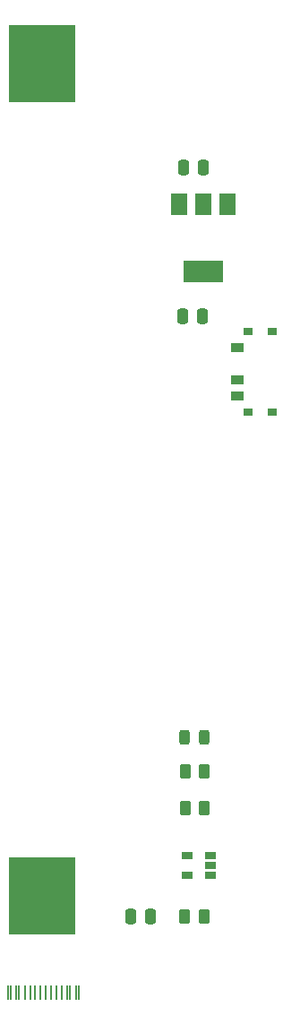
<source format=gbr>
%TF.GenerationSoftware,KiCad,Pcbnew,(5.99.0-9526-g5c17ff0595)*%
%TF.CreationDate,2021-07-10T23:40:12-05:00*%
%TF.ProjectId,18650Battery,31383635-3042-4617-9474-6572792e6b69,rev?*%
%TF.SameCoordinates,Original*%
%TF.FileFunction,Paste,Bot*%
%TF.FilePolarity,Positive*%
%FSLAX46Y46*%
G04 Gerber Fmt 4.6, Leading zero omitted, Abs format (unit mm)*
G04 Created by KiCad (PCBNEW (5.99.0-9526-g5c17ff0595)) date 2021-07-10 23:40:12*
%MOMM*%
%LPD*%
G01*
G04 APERTURE LIST*
G04 Aperture macros list*
%AMRoundRect*
0 Rectangle with rounded corners*
0 $1 Rounding radius*
0 $2 $3 $4 $5 $6 $7 $8 $9 X,Y pos of 4 corners*
0 Add a 4 corners polygon primitive as box body*
4,1,4,$2,$3,$4,$5,$6,$7,$8,$9,$2,$3,0*
0 Add four circle primitives for the rounded corners*
1,1,$1+$1,$2,$3*
1,1,$1+$1,$4,$5*
1,1,$1+$1,$6,$7*
1,1,$1+$1,$8,$9*
0 Add four rect primitives between the rounded corners*
20,1,$1+$1,$2,$3,$4,$5,0*
20,1,$1+$1,$4,$5,$6,$7,0*
20,1,$1+$1,$6,$7,$8,$9,0*
20,1,$1+$1,$8,$9,$2,$3,0*%
G04 Aperture macros list end*
%ADD10R,6.350000X7.340000*%
%ADD11R,1.500000X2.000000*%
%ADD12R,3.800000X2.000000*%
%ADD13R,1.060000X0.650000*%
%ADD14RoundRect,0.250000X0.262500X0.450000X-0.262500X0.450000X-0.262500X-0.450000X0.262500X-0.450000X0*%
%ADD15RoundRect,0.250000X-0.262500X-0.450000X0.262500X-0.450000X0.262500X0.450000X-0.262500X0.450000X0*%
%ADD16R,1.250000X0.900000*%
%ADD17R,0.900000X0.800000*%
%ADD18R,0.250000X1.400000*%
%ADD19RoundRect,0.243750X0.243750X0.456250X-0.243750X0.456250X-0.243750X-0.456250X0.243750X-0.456250X0*%
%ADD20RoundRect,0.250000X0.250000X0.475000X-0.250000X0.475000X-0.250000X-0.475000X0.250000X-0.475000X0*%
%ADD21RoundRect,0.250000X-0.250000X-0.475000X0.250000X-0.475000X0.250000X0.475000X-0.250000X0.475000X0*%
G04 APERTURE END LIST*
D10*
%TO.C,BT1*%
X135770000Y-59650000D03*
X135770000Y-138310000D03*
%TD*%
D11*
%TO.C,U2*%
X148710000Y-72980000D03*
X153310000Y-72980000D03*
X151010000Y-72980000D03*
D12*
X151010000Y-79280000D03*
%TD*%
D13*
%TO.C,U1*%
X149460000Y-134470000D03*
X149460000Y-136370000D03*
X151660000Y-136370000D03*
X151660000Y-135420000D03*
X151660000Y-134470000D03*
%TD*%
D14*
%TO.C,R3*%
X149295000Y-130040000D03*
X151120000Y-130040000D03*
%TD*%
D15*
%TO.C,R2*%
X151065000Y-140230000D03*
X149240000Y-140230000D03*
%TD*%
%TO.C,R1*%
X151105000Y-126590000D03*
X149280000Y-126590000D03*
%TD*%
D16*
%TO.C,Power->1*%
X154230000Y-86545000D03*
X154230000Y-89545000D03*
X154230000Y-91045000D03*
D17*
X155205000Y-92595000D03*
X155205000Y-84985000D03*
X157505000Y-84995000D03*
X157505000Y-92595000D03*
%TD*%
D18*
%TO.C,P1*%
X132545000Y-147422500D03*
X132795000Y-147422500D03*
X133345000Y-147422500D03*
X133595000Y-147422500D03*
X138145000Y-147422500D03*
X138395000Y-147422500D03*
X138945000Y-147422500D03*
X139195000Y-147422500D03*
X137620000Y-147422500D03*
X134120000Y-147422500D03*
X137120000Y-147422500D03*
X134620000Y-147422500D03*
X135120000Y-147422500D03*
X136620000Y-147422500D03*
X136120000Y-147422500D03*
X135620000Y-147422500D03*
%TD*%
D19*
%TO.C,D1*%
X149205000Y-123330000D03*
X151080000Y-123330000D03*
%TD*%
D20*
%TO.C,C3*%
X149100000Y-69480000D03*
X151000000Y-69480000D03*
%TD*%
%TO.C,C2*%
X149050000Y-83500000D03*
X150950000Y-83500000D03*
%TD*%
D21*
%TO.C,C1*%
X146040000Y-140270000D03*
X144140000Y-140270000D03*
%TD*%
M02*

</source>
